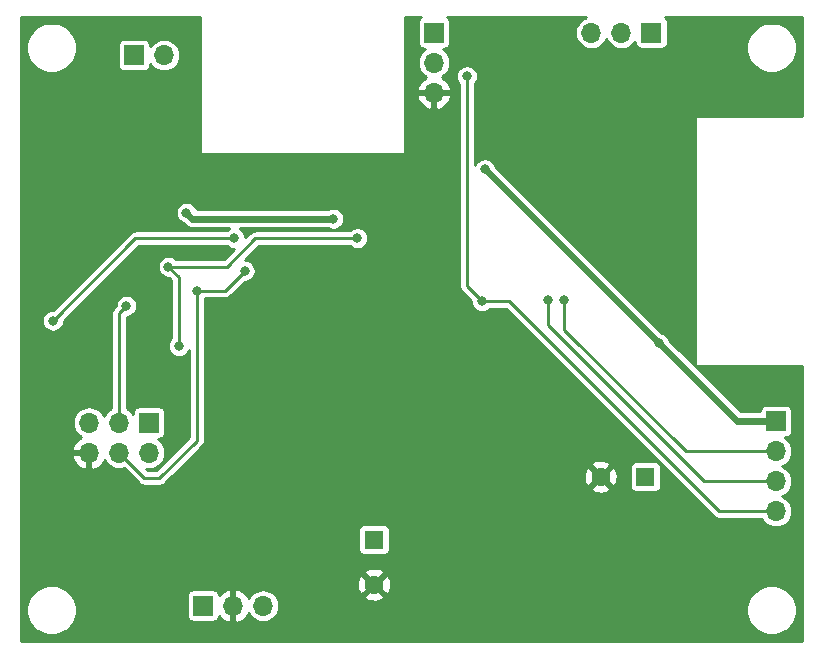
<source format=gbr>
%TF.GenerationSoftware,KiCad,Pcbnew,5.0.2-bee76a0~70~ubuntu18.04.1*%
%TF.CreationDate,2019-02-11T00:35:20+03:00*%
%TF.ProjectId,jeep-radio,6a656570-2d72-4616-9469-6f2e6b696361,rev?*%
%TF.SameCoordinates,Original*%
%TF.FileFunction,Copper,L2,Bot*%
%TF.FilePolarity,Positive*%
%FSLAX46Y46*%
G04 Gerber Fmt 4.6, Leading zero omitted, Abs format (unit mm)*
G04 Created by KiCad (PCBNEW 5.0.2-bee76a0~70~ubuntu18.04.1) date Пн 11 фев 2019 00:35:20*
%MOMM*%
%LPD*%
G01*
G04 APERTURE LIST*
%ADD10R,1.700000X1.700000*%
%ADD11O,1.700000X1.700000*%
%ADD12R,1.600000X1.600000*%
%ADD13C,1.600000*%
%ADD14C,0.800000*%
%ADD15C,0.250000*%
%ADD16C,0.600000*%
%ADD17C,0.254000*%
G04 APERTURE END LIST*
D10*
X177546000Y-103378000D03*
D11*
X177546000Y-105918000D03*
X177546000Y-108458000D03*
X177546000Y-110998000D03*
D10*
X148590000Y-70485000D03*
D11*
X148590000Y-73025000D03*
X148590000Y-75565000D03*
D12*
X166497000Y-108077000D03*
D13*
X162697000Y-108077000D03*
D12*
X143510000Y-113411000D03*
D13*
X143510000Y-117211000D03*
D10*
X123190000Y-72390000D03*
D11*
X125730000Y-72390000D03*
X161925000Y-70485000D03*
X164465000Y-70485000D03*
D10*
X167005000Y-70485000D03*
X129032000Y-118999000D03*
D11*
X131572000Y-118999000D03*
X134112000Y-118999000D03*
D10*
X124460000Y-103505000D03*
D11*
X124460000Y-106045000D03*
X121920000Y-103505000D03*
X121920000Y-106045000D03*
X119380000Y-103505000D03*
X119380000Y-106045000D03*
D14*
X152654000Y-113665000D03*
X151384000Y-113665000D03*
X151384000Y-114935000D03*
X152654000Y-114935000D03*
X155194000Y-113665000D03*
X156464000Y-113665000D03*
X156464000Y-114935000D03*
X155194000Y-114935000D03*
X157734000Y-113665000D03*
X157734000Y-114935000D03*
X150114000Y-114935000D03*
X150114000Y-113665000D03*
X139700000Y-101600000D03*
X143002004Y-81915000D03*
X140081000Y-90678000D03*
X137795000Y-89408000D03*
X129540000Y-102235000D03*
X159639000Y-93091000D03*
X158242000Y-93091000D03*
X127635000Y-85725000D03*
X140081004Y-86233000D03*
X126111000Y-90297000D03*
X142113000Y-87884000D03*
X127000000Y-97028000D03*
X116332000Y-94869000D03*
X131699000Y-87884000D03*
X122555000Y-93599000D03*
X132558270Y-90647048D03*
X128524000Y-92329000D03*
X152654000Y-93218000D03*
X151384000Y-74168000D03*
X152908000Y-82042000D03*
X167640000Y-96773968D03*
D15*
X159639000Y-93091000D02*
X159639000Y-95631000D01*
X169926000Y-105918000D02*
X177546000Y-105918000D01*
X159639000Y-95631000D02*
X169926000Y-105918000D01*
X158242000Y-93091000D02*
X158242000Y-95250000D01*
X171450000Y-108458000D02*
X177546000Y-108458000D01*
X158242000Y-95250000D02*
X171450000Y-108458000D01*
D16*
X127635000Y-85725000D02*
X128143000Y-86233000D01*
X139515319Y-86233000D02*
X140081004Y-86233000D01*
X128143000Y-86233000D02*
X139515319Y-86233000D01*
D15*
X127000000Y-91186000D02*
X127000000Y-97028000D01*
X126111000Y-90297000D02*
X127000000Y-91186000D01*
X131064000Y-90297000D02*
X126111000Y-90297000D01*
X142113000Y-87884000D02*
X133477000Y-87884000D01*
X133477000Y-87884000D02*
X131064000Y-90297000D01*
X131133315Y-87884000D02*
X131699000Y-87884000D01*
X123317000Y-87884000D02*
X131133315Y-87884000D01*
X116332000Y-94869000D02*
X123317000Y-87884000D01*
X121920000Y-103505000D02*
X121920000Y-94234000D01*
X122155001Y-93998999D02*
X122555000Y-93599000D01*
X121920000Y-94234000D02*
X122155001Y-93998999D01*
X125349000Y-108204000D02*
X128524000Y-105029000D01*
X128524000Y-105029000D02*
X128524000Y-92894685D01*
X129089685Y-92329000D02*
X128524000Y-92329000D01*
X121920000Y-106045000D02*
X124079000Y-108204000D01*
X130876318Y-92329000D02*
X129089685Y-92329000D01*
X128524000Y-92894685D02*
X128524000Y-92329000D01*
X132558270Y-90647048D02*
X130876318Y-92329000D01*
X124079000Y-108204000D02*
X125349000Y-108204000D01*
X172720000Y-110998000D02*
X177546000Y-110998000D01*
X152654000Y-93218000D02*
X154940000Y-93218000D01*
X154940000Y-93218000D02*
X172720000Y-110998000D01*
X151384000Y-91948000D02*
X151384000Y-74733685D01*
X152654000Y-93218000D02*
X151384000Y-91948000D01*
X151384000Y-74733685D02*
X151384000Y-74168000D01*
D16*
X167639968Y-96773968D02*
X167640000Y-96773968D01*
X152908000Y-82042000D02*
X167639968Y-96773968D01*
X174244032Y-103378000D02*
X168039999Y-97173967D01*
X177546000Y-103378000D02*
X174244032Y-103378000D01*
X168039999Y-97173967D02*
X167640000Y-96773968D01*
D17*
G36*
X128778000Y-80645000D02*
X128787667Y-80693601D01*
X128815197Y-80734803D01*
X128856399Y-80762333D01*
X128905000Y-80772000D01*
X146050000Y-80772000D01*
X146098601Y-80762333D01*
X146139803Y-80734803D01*
X146167333Y-80693601D01*
X146177000Y-80645000D01*
X146177000Y-75921890D01*
X147148524Y-75921890D01*
X147193175Y-76069099D01*
X147318359Y-76331920D01*
X147492412Y-76565269D01*
X147708645Y-76760178D01*
X147958748Y-76909157D01*
X148233109Y-77006481D01*
X148463000Y-76885814D01*
X148463000Y-75692000D01*
X148717000Y-75692000D01*
X148717000Y-76885814D01*
X148946891Y-77006481D01*
X149221252Y-76909157D01*
X149471355Y-76760178D01*
X149687588Y-76565269D01*
X149861641Y-76331920D01*
X149986825Y-76069099D01*
X150031476Y-75921890D01*
X149910155Y-75692000D01*
X148717000Y-75692000D01*
X148463000Y-75692000D01*
X147269845Y-75692000D01*
X147148524Y-75921890D01*
X146177000Y-75921890D01*
X146177000Y-69182000D01*
X147469551Y-69182000D01*
X147445798Y-69194696D01*
X147365552Y-69260552D01*
X147299696Y-69340798D01*
X147250761Y-69432350D01*
X147220626Y-69531690D01*
X147210451Y-69635000D01*
X147210451Y-71335000D01*
X147220626Y-71438310D01*
X147250761Y-71537650D01*
X147299696Y-71629202D01*
X147365552Y-71709448D01*
X147445798Y-71775304D01*
X147537350Y-71824239D01*
X147636690Y-71854374D01*
X147740000Y-71864549D01*
X147839946Y-71864549D01*
X147821279Y-71874527D01*
X147611603Y-72046603D01*
X147439527Y-72256279D01*
X147311663Y-72495495D01*
X147232925Y-72755061D01*
X147206338Y-73025000D01*
X147232925Y-73294939D01*
X147311663Y-73554505D01*
X147439527Y-73793721D01*
X147611603Y-74003397D01*
X147821279Y-74175473D01*
X147933877Y-74235658D01*
X147708645Y-74369822D01*
X147492412Y-74564731D01*
X147318359Y-74798080D01*
X147193175Y-75060901D01*
X147148524Y-75208110D01*
X147269845Y-75438000D01*
X148463000Y-75438000D01*
X148463000Y-75418000D01*
X148717000Y-75418000D01*
X148717000Y-75438000D01*
X149910155Y-75438000D01*
X150031476Y-75208110D01*
X149986825Y-75060901D01*
X149861641Y-74798080D01*
X149687588Y-74564731D01*
X149471355Y-74369822D01*
X149246123Y-74235658D01*
X149358721Y-74175473D01*
X149479077Y-74076699D01*
X150457000Y-74076699D01*
X150457000Y-74259301D01*
X150492624Y-74438396D01*
X150562504Y-74607099D01*
X150663952Y-74758928D01*
X150732001Y-74826977D01*
X150732000Y-91915978D01*
X150728846Y-91948000D01*
X150741435Y-92075814D01*
X150768186Y-92164000D01*
X150778717Y-92198716D01*
X150839259Y-92311983D01*
X150920736Y-92411264D01*
X150945619Y-92431685D01*
X151727000Y-93213067D01*
X151727000Y-93309301D01*
X151762624Y-93488396D01*
X151832504Y-93657099D01*
X151933952Y-93808928D01*
X152063072Y-93938048D01*
X152214901Y-94039496D01*
X152383604Y-94109376D01*
X152562699Y-94145000D01*
X152745301Y-94145000D01*
X152924396Y-94109376D01*
X153093099Y-94039496D01*
X153244928Y-93938048D01*
X153312976Y-93870000D01*
X154669934Y-93870000D01*
X172236320Y-111436387D01*
X172256736Y-111461264D01*
X172356016Y-111542741D01*
X172469283Y-111603283D01*
X172592185Y-111640565D01*
X172719999Y-111653154D01*
X172752021Y-111650000D01*
X176333138Y-111650000D01*
X176395527Y-111766721D01*
X176567603Y-111976397D01*
X176777279Y-112148473D01*
X177016495Y-112276337D01*
X177276061Y-112355075D01*
X177478360Y-112375000D01*
X177613640Y-112375000D01*
X177815939Y-112355075D01*
X178075505Y-112276337D01*
X178314721Y-112148473D01*
X178524397Y-111976397D01*
X178696473Y-111766721D01*
X178824337Y-111527505D01*
X178903075Y-111267939D01*
X178929662Y-110998000D01*
X178903075Y-110728061D01*
X178824337Y-110468495D01*
X178696473Y-110229279D01*
X178524397Y-110019603D01*
X178314721Y-109847527D01*
X178091102Y-109728000D01*
X178314721Y-109608473D01*
X178524397Y-109436397D01*
X178696473Y-109226721D01*
X178824337Y-108987505D01*
X178903075Y-108727939D01*
X178929662Y-108458000D01*
X178903075Y-108188061D01*
X178824337Y-107928495D01*
X178696473Y-107689279D01*
X178524397Y-107479603D01*
X178314721Y-107307527D01*
X178091102Y-107188000D01*
X178314721Y-107068473D01*
X178524397Y-106896397D01*
X178696473Y-106686721D01*
X178824337Y-106447505D01*
X178903075Y-106187939D01*
X178929662Y-105918000D01*
X178903075Y-105648061D01*
X178824337Y-105388495D01*
X178696473Y-105149279D01*
X178524397Y-104939603D01*
X178314721Y-104767527D01*
X178296054Y-104757549D01*
X178396000Y-104757549D01*
X178499310Y-104747374D01*
X178598650Y-104717239D01*
X178690202Y-104668304D01*
X178770448Y-104602448D01*
X178836304Y-104522202D01*
X178885239Y-104430650D01*
X178915374Y-104331310D01*
X178925549Y-104228000D01*
X178925549Y-102528000D01*
X178915374Y-102424690D01*
X178885239Y-102325350D01*
X178836304Y-102233798D01*
X178770448Y-102153552D01*
X178690202Y-102087696D01*
X178598650Y-102038761D01*
X178499310Y-102008626D01*
X178396000Y-101998451D01*
X176696000Y-101998451D01*
X176592690Y-102008626D01*
X176493350Y-102038761D01*
X176401798Y-102087696D01*
X176321552Y-102153552D01*
X176255696Y-102233798D01*
X176206761Y-102325350D01*
X176176626Y-102424690D01*
X176166451Y-102528000D01*
X176166451Y-102551000D01*
X174586587Y-102551000D01*
X168596050Y-96560465D01*
X168525874Y-96490289D01*
X168461496Y-96334869D01*
X168360048Y-96183040D01*
X168230928Y-96053920D01*
X168079099Y-95952472D01*
X167923626Y-95888072D01*
X153793874Y-81758321D01*
X153729496Y-81602901D01*
X153628048Y-81451072D01*
X153498928Y-81321952D01*
X153347099Y-81220504D01*
X153178396Y-81150624D01*
X152999301Y-81115000D01*
X152816699Y-81115000D01*
X152637604Y-81150624D01*
X152468901Y-81220504D01*
X152317072Y-81321952D01*
X152187952Y-81451072D01*
X152086504Y-81602901D01*
X152036000Y-81724827D01*
X152036000Y-74826976D01*
X152104048Y-74758928D01*
X152205496Y-74607099D01*
X152275376Y-74438396D01*
X152311000Y-74259301D01*
X152311000Y-74076699D01*
X152275376Y-73897604D01*
X152205496Y-73728901D01*
X152104048Y-73577072D01*
X151974928Y-73447952D01*
X151823099Y-73346504D01*
X151654396Y-73276624D01*
X151475301Y-73241000D01*
X151292699Y-73241000D01*
X151113604Y-73276624D01*
X150944901Y-73346504D01*
X150793072Y-73447952D01*
X150663952Y-73577072D01*
X150562504Y-73728901D01*
X150492624Y-73897604D01*
X150457000Y-74076699D01*
X149479077Y-74076699D01*
X149568397Y-74003397D01*
X149740473Y-73793721D01*
X149868337Y-73554505D01*
X149947075Y-73294939D01*
X149973662Y-73025000D01*
X149947075Y-72755061D01*
X149868337Y-72495495D01*
X149740473Y-72256279D01*
X149568397Y-72046603D01*
X149358721Y-71874527D01*
X149340054Y-71864549D01*
X149440000Y-71864549D01*
X149543310Y-71854374D01*
X149642650Y-71824239D01*
X149734202Y-71775304D01*
X149814448Y-71709448D01*
X149880304Y-71629202D01*
X149929239Y-71537650D01*
X149959374Y-71438310D01*
X149969549Y-71335000D01*
X149969549Y-69635000D01*
X149959374Y-69531690D01*
X149929239Y-69432350D01*
X149880304Y-69340798D01*
X149814448Y-69260552D01*
X149734202Y-69194696D01*
X149710449Y-69182000D01*
X161476799Y-69182000D01*
X161395495Y-69206663D01*
X161156279Y-69334527D01*
X160946603Y-69506603D01*
X160774527Y-69716279D01*
X160646663Y-69955495D01*
X160567925Y-70215061D01*
X160541338Y-70485000D01*
X160567925Y-70754939D01*
X160646663Y-71014505D01*
X160774527Y-71253721D01*
X160946603Y-71463397D01*
X161156279Y-71635473D01*
X161395495Y-71763337D01*
X161655061Y-71842075D01*
X161857360Y-71862000D01*
X161992640Y-71862000D01*
X162194939Y-71842075D01*
X162454505Y-71763337D01*
X162693721Y-71635473D01*
X162903397Y-71463397D01*
X163075473Y-71253721D01*
X163195000Y-71030102D01*
X163314527Y-71253721D01*
X163486603Y-71463397D01*
X163696279Y-71635473D01*
X163935495Y-71763337D01*
X164195061Y-71842075D01*
X164397360Y-71862000D01*
X164532640Y-71862000D01*
X164734939Y-71842075D01*
X164994505Y-71763337D01*
X165233721Y-71635473D01*
X165443397Y-71463397D01*
X165615473Y-71253721D01*
X165625451Y-71235054D01*
X165625451Y-71335000D01*
X165635626Y-71438310D01*
X165665761Y-71537650D01*
X165714696Y-71629202D01*
X165780552Y-71709448D01*
X165860798Y-71775304D01*
X165952350Y-71824239D01*
X166051690Y-71854374D01*
X166155000Y-71864549D01*
X167855000Y-71864549D01*
X167958310Y-71854374D01*
X168057650Y-71824239D01*
X168149202Y-71775304D01*
X168229448Y-71709448D01*
X168295304Y-71629202D01*
X168340038Y-71545509D01*
X175043000Y-71545509D01*
X175043000Y-71964491D01*
X175124739Y-72375423D01*
X175285077Y-72762512D01*
X175517851Y-73110884D01*
X175814116Y-73407149D01*
X176162488Y-73639923D01*
X176549577Y-73800261D01*
X176960509Y-73882000D01*
X177379491Y-73882000D01*
X177790423Y-73800261D01*
X178177512Y-73639923D01*
X178525884Y-73407149D01*
X178822149Y-73110884D01*
X179054923Y-72762512D01*
X179215261Y-72375423D01*
X179297000Y-71964491D01*
X179297000Y-71545509D01*
X179215261Y-71134577D01*
X179054923Y-70747488D01*
X178822149Y-70399116D01*
X178525884Y-70102851D01*
X178177512Y-69870077D01*
X177790423Y-69709739D01*
X177379491Y-69628000D01*
X176960509Y-69628000D01*
X176549577Y-69709739D01*
X176162488Y-69870077D01*
X175814116Y-70102851D01*
X175517851Y-70399116D01*
X175285077Y-70747488D01*
X175124739Y-71134577D01*
X175043000Y-71545509D01*
X168340038Y-71545509D01*
X168344239Y-71537650D01*
X168374374Y-71438310D01*
X168384549Y-71335000D01*
X168384549Y-69635000D01*
X168374374Y-69531690D01*
X168344239Y-69432350D01*
X168295304Y-69340798D01*
X168229448Y-69260552D01*
X168149202Y-69194696D01*
X168125449Y-69182000D01*
X179738000Y-69182000D01*
X179738000Y-77517191D01*
X170815000Y-77517191D01*
X170766399Y-77526858D01*
X170725197Y-77554388D01*
X170697667Y-77595590D01*
X170688000Y-77644191D01*
X170688000Y-98599191D01*
X170697667Y-98647792D01*
X170725197Y-98688994D01*
X170766399Y-98716524D01*
X170815000Y-98726191D01*
X179738001Y-98726191D01*
X179738001Y-121953224D01*
X113632000Y-121977777D01*
X113632000Y-119170509D01*
X114078000Y-119170509D01*
X114078000Y-119589491D01*
X114159739Y-120000423D01*
X114320077Y-120387512D01*
X114552851Y-120735884D01*
X114849116Y-121032149D01*
X115197488Y-121264923D01*
X115584577Y-121425261D01*
X115995509Y-121507000D01*
X116414491Y-121507000D01*
X116825423Y-121425261D01*
X117212512Y-121264923D01*
X117560884Y-121032149D01*
X117857149Y-120735884D01*
X118089923Y-120387512D01*
X118250261Y-120000423D01*
X118332000Y-119589491D01*
X118332000Y-119170509D01*
X118250261Y-118759577D01*
X118089923Y-118372488D01*
X117940594Y-118149000D01*
X127652451Y-118149000D01*
X127652451Y-119849000D01*
X127662626Y-119952310D01*
X127692761Y-120051650D01*
X127741696Y-120143202D01*
X127807552Y-120223448D01*
X127887798Y-120289304D01*
X127979350Y-120338239D01*
X128078690Y-120368374D01*
X128182000Y-120378549D01*
X129882000Y-120378549D01*
X129985310Y-120368374D01*
X130084650Y-120338239D01*
X130176202Y-120289304D01*
X130256448Y-120223448D01*
X130322304Y-120143202D01*
X130371239Y-120051650D01*
X130401374Y-119952310D01*
X130405344Y-119911998D01*
X130571731Y-120096588D01*
X130805080Y-120270641D01*
X131067901Y-120395825D01*
X131215110Y-120440476D01*
X131445000Y-120319155D01*
X131445000Y-119126000D01*
X131425000Y-119126000D01*
X131425000Y-118872000D01*
X131445000Y-118872000D01*
X131445000Y-117678845D01*
X131699000Y-117678845D01*
X131699000Y-118872000D01*
X131719000Y-118872000D01*
X131719000Y-119126000D01*
X131699000Y-119126000D01*
X131699000Y-120319155D01*
X131928890Y-120440476D01*
X132076099Y-120395825D01*
X132338920Y-120270641D01*
X132572269Y-120096588D01*
X132767178Y-119880355D01*
X132901342Y-119655123D01*
X132961527Y-119767721D01*
X133133603Y-119977397D01*
X133343279Y-120149473D01*
X133582495Y-120277337D01*
X133842061Y-120356075D01*
X134044360Y-120376000D01*
X134179640Y-120376000D01*
X134381939Y-120356075D01*
X134641505Y-120277337D01*
X134880721Y-120149473D01*
X135090397Y-119977397D01*
X135262473Y-119767721D01*
X135390337Y-119528505D01*
X135469075Y-119268939D01*
X135478769Y-119170509D01*
X175043000Y-119170509D01*
X175043000Y-119589491D01*
X175124739Y-120000423D01*
X175285077Y-120387512D01*
X175517851Y-120735884D01*
X175814116Y-121032149D01*
X176162488Y-121264923D01*
X176549577Y-121425261D01*
X176960509Y-121507000D01*
X177379491Y-121507000D01*
X177790423Y-121425261D01*
X178177512Y-121264923D01*
X178525884Y-121032149D01*
X178822149Y-120735884D01*
X179054923Y-120387512D01*
X179215261Y-120000423D01*
X179297000Y-119589491D01*
X179297000Y-119170509D01*
X179215261Y-118759577D01*
X179054923Y-118372488D01*
X178822149Y-118024116D01*
X178525884Y-117727851D01*
X178177512Y-117495077D01*
X177790423Y-117334739D01*
X177379491Y-117253000D01*
X176960509Y-117253000D01*
X176549577Y-117334739D01*
X176162488Y-117495077D01*
X175814116Y-117727851D01*
X175517851Y-118024116D01*
X175285077Y-118372488D01*
X175124739Y-118759577D01*
X175043000Y-119170509D01*
X135478769Y-119170509D01*
X135495662Y-118999000D01*
X135469075Y-118729061D01*
X135390337Y-118469495D01*
X135262473Y-118230279D01*
X135240662Y-118203702D01*
X142696903Y-118203702D01*
X142768486Y-118447671D01*
X143023996Y-118568571D01*
X143298184Y-118637300D01*
X143580512Y-118651217D01*
X143860130Y-118609787D01*
X144126292Y-118514603D01*
X144251514Y-118447671D01*
X144323097Y-118203702D01*
X143510000Y-117390605D01*
X142696903Y-118203702D01*
X135240662Y-118203702D01*
X135090397Y-118020603D01*
X134880721Y-117848527D01*
X134641505Y-117720663D01*
X134381939Y-117641925D01*
X134179640Y-117622000D01*
X134044360Y-117622000D01*
X133842061Y-117641925D01*
X133582495Y-117720663D01*
X133343279Y-117848527D01*
X133133603Y-118020603D01*
X132961527Y-118230279D01*
X132901342Y-118342877D01*
X132767178Y-118117645D01*
X132572269Y-117901412D01*
X132338920Y-117727359D01*
X132076099Y-117602175D01*
X131928890Y-117557524D01*
X131699000Y-117678845D01*
X131445000Y-117678845D01*
X131215110Y-117557524D01*
X131067901Y-117602175D01*
X130805080Y-117727359D01*
X130571731Y-117901412D01*
X130405344Y-118086002D01*
X130401374Y-118045690D01*
X130371239Y-117946350D01*
X130322304Y-117854798D01*
X130256448Y-117774552D01*
X130176202Y-117708696D01*
X130084650Y-117659761D01*
X129985310Y-117629626D01*
X129882000Y-117619451D01*
X128182000Y-117619451D01*
X128078690Y-117629626D01*
X127979350Y-117659761D01*
X127887798Y-117708696D01*
X127807552Y-117774552D01*
X127741696Y-117854798D01*
X127692761Y-117946350D01*
X127662626Y-118045690D01*
X127652451Y-118149000D01*
X117940594Y-118149000D01*
X117857149Y-118024116D01*
X117560884Y-117727851D01*
X117212512Y-117495077D01*
X116825423Y-117334739D01*
X116557832Y-117281512D01*
X142069783Y-117281512D01*
X142111213Y-117561130D01*
X142206397Y-117827292D01*
X142273329Y-117952514D01*
X142517298Y-118024097D01*
X143330395Y-117211000D01*
X143689605Y-117211000D01*
X144502702Y-118024097D01*
X144746671Y-117952514D01*
X144867571Y-117697004D01*
X144936300Y-117422816D01*
X144950217Y-117140488D01*
X144908787Y-116860870D01*
X144813603Y-116594708D01*
X144746671Y-116469486D01*
X144502702Y-116397903D01*
X143689605Y-117211000D01*
X143330395Y-117211000D01*
X142517298Y-116397903D01*
X142273329Y-116469486D01*
X142152429Y-116724996D01*
X142083700Y-116999184D01*
X142069783Y-117281512D01*
X116557832Y-117281512D01*
X116414491Y-117253000D01*
X115995509Y-117253000D01*
X115584577Y-117334739D01*
X115197488Y-117495077D01*
X114849116Y-117727851D01*
X114552851Y-118024116D01*
X114320077Y-118372488D01*
X114159739Y-118759577D01*
X114078000Y-119170509D01*
X113632000Y-119170509D01*
X113632000Y-116218298D01*
X142696903Y-116218298D01*
X143510000Y-117031395D01*
X144323097Y-116218298D01*
X144251514Y-115974329D01*
X143996004Y-115853429D01*
X143721816Y-115784700D01*
X143439488Y-115770783D01*
X143159870Y-115812213D01*
X142893708Y-115907397D01*
X142768486Y-115974329D01*
X142696903Y-116218298D01*
X113632000Y-116218298D01*
X113632000Y-112611000D01*
X142180451Y-112611000D01*
X142180451Y-114211000D01*
X142190626Y-114314310D01*
X142220761Y-114413650D01*
X142269696Y-114505202D01*
X142335552Y-114585448D01*
X142415798Y-114651304D01*
X142507350Y-114700239D01*
X142606690Y-114730374D01*
X142710000Y-114740549D01*
X144310000Y-114740549D01*
X144413310Y-114730374D01*
X144512650Y-114700239D01*
X144604202Y-114651304D01*
X144684448Y-114585448D01*
X144750304Y-114505202D01*
X144799239Y-114413650D01*
X144829374Y-114314310D01*
X144839549Y-114211000D01*
X144839549Y-112611000D01*
X144829374Y-112507690D01*
X144799239Y-112408350D01*
X144750304Y-112316798D01*
X144684448Y-112236552D01*
X144604202Y-112170696D01*
X144512650Y-112121761D01*
X144413310Y-112091626D01*
X144310000Y-112081451D01*
X142710000Y-112081451D01*
X142606690Y-112091626D01*
X142507350Y-112121761D01*
X142415798Y-112170696D01*
X142335552Y-112236552D01*
X142269696Y-112316798D01*
X142220761Y-112408350D01*
X142190626Y-112507690D01*
X142180451Y-112611000D01*
X113632000Y-112611000D01*
X113632000Y-109069702D01*
X161883903Y-109069702D01*
X161955486Y-109313671D01*
X162210996Y-109434571D01*
X162485184Y-109503300D01*
X162767512Y-109517217D01*
X163047130Y-109475787D01*
X163313292Y-109380603D01*
X163438514Y-109313671D01*
X163510097Y-109069702D01*
X162697000Y-108256605D01*
X161883903Y-109069702D01*
X113632000Y-109069702D01*
X113632000Y-106401891D01*
X117938519Y-106401891D01*
X118035843Y-106676252D01*
X118184822Y-106926355D01*
X118379731Y-107142588D01*
X118613080Y-107316641D01*
X118875901Y-107441825D01*
X119023110Y-107486476D01*
X119253000Y-107365155D01*
X119253000Y-106172000D01*
X118059186Y-106172000D01*
X117938519Y-106401891D01*
X113632000Y-106401891D01*
X113632000Y-94777699D01*
X115405000Y-94777699D01*
X115405000Y-94960301D01*
X115440624Y-95139396D01*
X115510504Y-95308099D01*
X115611952Y-95459928D01*
X115741072Y-95589048D01*
X115892901Y-95690496D01*
X116061604Y-95760376D01*
X116240699Y-95796000D01*
X116423301Y-95796000D01*
X116602396Y-95760376D01*
X116771099Y-95690496D01*
X116922928Y-95589048D01*
X117052048Y-95459928D01*
X117153496Y-95308099D01*
X117223376Y-95139396D01*
X117259000Y-94960301D01*
X117259000Y-94864066D01*
X123587067Y-88536000D01*
X131040024Y-88536000D01*
X131108072Y-88604048D01*
X131259901Y-88705496D01*
X131428604Y-88775376D01*
X131607699Y-88811000D01*
X131627934Y-88811000D01*
X130793934Y-89645000D01*
X126769976Y-89645000D01*
X126701928Y-89576952D01*
X126550099Y-89475504D01*
X126381396Y-89405624D01*
X126202301Y-89370000D01*
X126019699Y-89370000D01*
X125840604Y-89405624D01*
X125671901Y-89475504D01*
X125520072Y-89576952D01*
X125390952Y-89706072D01*
X125289504Y-89857901D01*
X125219624Y-90026604D01*
X125184000Y-90205699D01*
X125184000Y-90388301D01*
X125219624Y-90567396D01*
X125289504Y-90736099D01*
X125390952Y-90887928D01*
X125520072Y-91017048D01*
X125671901Y-91118496D01*
X125840604Y-91188376D01*
X126019699Y-91224000D01*
X126115933Y-91224000D01*
X126348000Y-91456067D01*
X126348001Y-96369023D01*
X126279952Y-96437072D01*
X126178504Y-96588901D01*
X126108624Y-96757604D01*
X126073000Y-96936699D01*
X126073000Y-97119301D01*
X126108624Y-97298396D01*
X126178504Y-97467099D01*
X126279952Y-97618928D01*
X126409072Y-97748048D01*
X126560901Y-97849496D01*
X126729604Y-97919376D01*
X126908699Y-97955000D01*
X127091301Y-97955000D01*
X127270396Y-97919376D01*
X127439099Y-97849496D01*
X127590928Y-97748048D01*
X127720048Y-97618928D01*
X127821496Y-97467099D01*
X127872001Y-97345172D01*
X127872000Y-104758933D01*
X125078934Y-107552000D01*
X124349067Y-107552000D01*
X124200134Y-107403067D01*
X124392360Y-107422000D01*
X124527640Y-107422000D01*
X124729939Y-107402075D01*
X124989505Y-107323337D01*
X125228721Y-107195473D01*
X125438397Y-107023397D01*
X125610473Y-106813721D01*
X125738337Y-106574505D01*
X125817075Y-106314939D01*
X125843662Y-106045000D01*
X125817075Y-105775061D01*
X125738337Y-105515495D01*
X125610473Y-105276279D01*
X125438397Y-105066603D01*
X125228721Y-104894527D01*
X125210054Y-104884549D01*
X125310000Y-104884549D01*
X125413310Y-104874374D01*
X125512650Y-104844239D01*
X125604202Y-104795304D01*
X125684448Y-104729448D01*
X125750304Y-104649202D01*
X125799239Y-104557650D01*
X125829374Y-104458310D01*
X125839549Y-104355000D01*
X125839549Y-102655000D01*
X125829374Y-102551690D01*
X125799239Y-102452350D01*
X125750304Y-102360798D01*
X125684448Y-102280552D01*
X125604202Y-102214696D01*
X125512650Y-102165761D01*
X125413310Y-102135626D01*
X125310000Y-102125451D01*
X123610000Y-102125451D01*
X123506690Y-102135626D01*
X123407350Y-102165761D01*
X123315798Y-102214696D01*
X123235552Y-102280552D01*
X123169696Y-102360798D01*
X123120761Y-102452350D01*
X123090626Y-102551690D01*
X123080451Y-102655000D01*
X123080451Y-102754946D01*
X123070473Y-102736279D01*
X122898397Y-102526603D01*
X122688721Y-102354527D01*
X122572000Y-102292138D01*
X122572000Y-94526000D01*
X122646301Y-94526000D01*
X122825396Y-94490376D01*
X122994099Y-94420496D01*
X123145928Y-94319048D01*
X123275048Y-94189928D01*
X123376496Y-94038099D01*
X123446376Y-93869396D01*
X123482000Y-93690301D01*
X123482000Y-93507699D01*
X123446376Y-93328604D01*
X123376496Y-93159901D01*
X123275048Y-93008072D01*
X123145928Y-92878952D01*
X122994099Y-92777504D01*
X122825396Y-92707624D01*
X122646301Y-92672000D01*
X122463699Y-92672000D01*
X122284604Y-92707624D01*
X122115901Y-92777504D01*
X121964072Y-92878952D01*
X121834952Y-93008072D01*
X121733504Y-93159901D01*
X121663624Y-93328604D01*
X121628000Y-93507699D01*
X121628000Y-93603934D01*
X121481614Y-93750320D01*
X121456737Y-93770736D01*
X121375260Y-93870016D01*
X121373583Y-93873154D01*
X121314717Y-93983284D01*
X121277435Y-94106186D01*
X121264846Y-94234000D01*
X121268001Y-94266032D01*
X121268000Y-102292138D01*
X121151279Y-102354527D01*
X120941603Y-102526603D01*
X120769527Y-102736279D01*
X120650000Y-102959898D01*
X120530473Y-102736279D01*
X120358397Y-102526603D01*
X120148721Y-102354527D01*
X119909505Y-102226663D01*
X119649939Y-102147925D01*
X119447640Y-102128000D01*
X119312360Y-102128000D01*
X119110061Y-102147925D01*
X118850495Y-102226663D01*
X118611279Y-102354527D01*
X118401603Y-102526603D01*
X118229527Y-102736279D01*
X118101663Y-102975495D01*
X118022925Y-103235061D01*
X117996338Y-103505000D01*
X118022925Y-103774939D01*
X118101663Y-104034505D01*
X118229527Y-104273721D01*
X118401603Y-104483397D01*
X118611279Y-104655473D01*
X118728752Y-104718264D01*
X118613080Y-104773359D01*
X118379731Y-104947412D01*
X118184822Y-105163645D01*
X118035843Y-105413748D01*
X117938519Y-105688109D01*
X118059186Y-105918000D01*
X119253000Y-105918000D01*
X119253000Y-105898000D01*
X119507000Y-105898000D01*
X119507000Y-105918000D01*
X119527000Y-105918000D01*
X119527000Y-106172000D01*
X119507000Y-106172000D01*
X119507000Y-107365155D01*
X119736890Y-107486476D01*
X119884099Y-107441825D01*
X120146920Y-107316641D01*
X120380269Y-107142588D01*
X120575178Y-106926355D01*
X120709342Y-106701123D01*
X120769527Y-106813721D01*
X120941603Y-107023397D01*
X121151279Y-107195473D01*
X121390495Y-107323337D01*
X121650061Y-107402075D01*
X121852360Y-107422000D01*
X121987640Y-107422000D01*
X122189939Y-107402075D01*
X122316590Y-107363656D01*
X123595320Y-108642387D01*
X123615736Y-108667264D01*
X123715016Y-108748741D01*
X123828283Y-108809283D01*
X123951185Y-108846565D01*
X124078999Y-108859154D01*
X124111021Y-108856000D01*
X125316978Y-108856000D01*
X125349000Y-108859154D01*
X125381022Y-108856000D01*
X125476814Y-108846565D01*
X125599717Y-108809283D01*
X125712984Y-108748741D01*
X125812264Y-108667264D01*
X125832685Y-108642381D01*
X126327554Y-108147512D01*
X161256783Y-108147512D01*
X161298213Y-108427130D01*
X161393397Y-108693292D01*
X161460329Y-108818514D01*
X161704298Y-108890097D01*
X162517395Y-108077000D01*
X162876605Y-108077000D01*
X163689702Y-108890097D01*
X163933671Y-108818514D01*
X164054571Y-108563004D01*
X164123300Y-108288816D01*
X164137217Y-108006488D01*
X164095787Y-107726870D01*
X164000603Y-107460708D01*
X163933671Y-107335486D01*
X163734340Y-107277000D01*
X165167451Y-107277000D01*
X165167451Y-108877000D01*
X165177626Y-108980310D01*
X165207761Y-109079650D01*
X165256696Y-109171202D01*
X165322552Y-109251448D01*
X165402798Y-109317304D01*
X165494350Y-109366239D01*
X165593690Y-109396374D01*
X165697000Y-109406549D01*
X167297000Y-109406549D01*
X167400310Y-109396374D01*
X167499650Y-109366239D01*
X167591202Y-109317304D01*
X167671448Y-109251448D01*
X167737304Y-109171202D01*
X167786239Y-109079650D01*
X167816374Y-108980310D01*
X167826549Y-108877000D01*
X167826549Y-107277000D01*
X167816374Y-107173690D01*
X167786239Y-107074350D01*
X167737304Y-106982798D01*
X167671448Y-106902552D01*
X167591202Y-106836696D01*
X167499650Y-106787761D01*
X167400310Y-106757626D01*
X167297000Y-106747451D01*
X165697000Y-106747451D01*
X165593690Y-106757626D01*
X165494350Y-106787761D01*
X165402798Y-106836696D01*
X165322552Y-106902552D01*
X165256696Y-106982798D01*
X165207761Y-107074350D01*
X165177626Y-107173690D01*
X165167451Y-107277000D01*
X163734340Y-107277000D01*
X163689702Y-107263903D01*
X162876605Y-108077000D01*
X162517395Y-108077000D01*
X161704298Y-107263903D01*
X161460329Y-107335486D01*
X161339429Y-107590996D01*
X161270700Y-107865184D01*
X161256783Y-108147512D01*
X126327554Y-108147512D01*
X127390768Y-107084298D01*
X161883903Y-107084298D01*
X162697000Y-107897395D01*
X163510097Y-107084298D01*
X163438514Y-106840329D01*
X163183004Y-106719429D01*
X162908816Y-106650700D01*
X162626488Y-106636783D01*
X162346870Y-106678213D01*
X162080708Y-106773397D01*
X161955486Y-106840329D01*
X161883903Y-107084298D01*
X127390768Y-107084298D01*
X128962388Y-105512679D01*
X128987264Y-105492264D01*
X129068741Y-105392984D01*
X129129283Y-105279717D01*
X129166565Y-105156814D01*
X129176000Y-105061022D01*
X129176000Y-105061021D01*
X129179154Y-105029001D01*
X129176000Y-104996979D01*
X129176000Y-92987976D01*
X129182976Y-92981000D01*
X130844296Y-92981000D01*
X130876318Y-92984154D01*
X130908340Y-92981000D01*
X131004132Y-92971565D01*
X131127035Y-92934283D01*
X131240302Y-92873741D01*
X131339582Y-92792264D01*
X131360003Y-92767381D01*
X132553337Y-91574048D01*
X132649571Y-91574048D01*
X132828666Y-91538424D01*
X132997369Y-91468544D01*
X133149198Y-91367096D01*
X133278318Y-91237976D01*
X133379766Y-91086147D01*
X133449646Y-90917444D01*
X133485270Y-90738349D01*
X133485270Y-90555747D01*
X133449646Y-90376652D01*
X133379766Y-90207949D01*
X133278318Y-90056120D01*
X133149198Y-89927000D01*
X132997369Y-89825552D01*
X132828666Y-89755672D01*
X132649571Y-89720048D01*
X132563018Y-89720048D01*
X133747067Y-88536000D01*
X141454024Y-88536000D01*
X141522072Y-88604048D01*
X141673901Y-88705496D01*
X141842604Y-88775376D01*
X142021699Y-88811000D01*
X142204301Y-88811000D01*
X142383396Y-88775376D01*
X142552099Y-88705496D01*
X142703928Y-88604048D01*
X142833048Y-88474928D01*
X142934496Y-88323099D01*
X143004376Y-88154396D01*
X143040000Y-87975301D01*
X143040000Y-87792699D01*
X143004376Y-87613604D01*
X142934496Y-87444901D01*
X142833048Y-87293072D01*
X142703928Y-87163952D01*
X142552099Y-87062504D01*
X142383396Y-86992624D01*
X142204301Y-86957000D01*
X142021699Y-86957000D01*
X141842604Y-86992624D01*
X141673901Y-87062504D01*
X141522072Y-87163952D01*
X141454024Y-87232000D01*
X133509021Y-87232000D01*
X133476999Y-87228846D01*
X133349185Y-87241435D01*
X133226283Y-87278717D01*
X133113016Y-87339259D01*
X133013736Y-87420736D01*
X132993320Y-87445613D01*
X132626000Y-87812933D01*
X132626000Y-87792699D01*
X132590376Y-87613604D01*
X132520496Y-87444901D01*
X132419048Y-87293072D01*
X132289928Y-87163952D01*
X132138099Y-87062504D01*
X132132054Y-87060000D01*
X139655193Y-87060000D01*
X139810608Y-87124376D01*
X139989703Y-87160000D01*
X140172305Y-87160000D01*
X140351400Y-87124376D01*
X140520103Y-87054496D01*
X140671932Y-86953048D01*
X140801052Y-86823928D01*
X140902500Y-86672099D01*
X140972380Y-86503396D01*
X141008004Y-86324301D01*
X141008004Y-86141699D01*
X140972380Y-85962604D01*
X140902500Y-85793901D01*
X140801052Y-85642072D01*
X140671932Y-85512952D01*
X140520103Y-85411504D01*
X140351400Y-85341624D01*
X140172305Y-85306000D01*
X139989703Y-85306000D01*
X139810608Y-85341624D01*
X139655193Y-85406000D01*
X128506243Y-85406000D01*
X128456496Y-85285901D01*
X128355048Y-85134072D01*
X128225928Y-85004952D01*
X128074099Y-84903504D01*
X127905396Y-84833624D01*
X127726301Y-84798000D01*
X127543699Y-84798000D01*
X127364604Y-84833624D01*
X127195901Y-84903504D01*
X127044072Y-85004952D01*
X126914952Y-85134072D01*
X126813504Y-85285901D01*
X126743624Y-85454604D01*
X126708000Y-85633699D01*
X126708000Y-85816301D01*
X126743624Y-85995396D01*
X126813504Y-86164099D01*
X126914952Y-86315928D01*
X127044072Y-86445048D01*
X127195901Y-86546496D01*
X127351320Y-86610873D01*
X127529499Y-86789053D01*
X127555394Y-86820606D01*
X127586947Y-86846501D01*
X127586948Y-86846502D01*
X127681319Y-86923951D01*
X127743149Y-86957000D01*
X127824990Y-87000745D01*
X127980880Y-87048034D01*
X128102376Y-87060000D01*
X128102388Y-87060000D01*
X128142999Y-87064000D01*
X128183610Y-87060000D01*
X131265946Y-87060000D01*
X131259901Y-87062504D01*
X131108072Y-87163952D01*
X131040024Y-87232000D01*
X123349022Y-87232000D01*
X123317000Y-87228846D01*
X123189185Y-87241435D01*
X123127735Y-87260076D01*
X123066283Y-87278717D01*
X122953016Y-87339259D01*
X122853736Y-87420736D01*
X122833320Y-87445613D01*
X116336934Y-93942000D01*
X116240699Y-93942000D01*
X116061604Y-93977624D01*
X115892901Y-94047504D01*
X115741072Y-94148952D01*
X115611952Y-94278072D01*
X115510504Y-94429901D01*
X115440624Y-94598604D01*
X115405000Y-94777699D01*
X113632000Y-94777699D01*
X113632000Y-71545509D01*
X114078000Y-71545509D01*
X114078000Y-71964491D01*
X114159739Y-72375423D01*
X114320077Y-72762512D01*
X114552851Y-73110884D01*
X114849116Y-73407149D01*
X115197488Y-73639923D01*
X115584577Y-73800261D01*
X115995509Y-73882000D01*
X116414491Y-73882000D01*
X116825423Y-73800261D01*
X117212512Y-73639923D01*
X117560884Y-73407149D01*
X117857149Y-73110884D01*
X118089923Y-72762512D01*
X118250261Y-72375423D01*
X118332000Y-71964491D01*
X118332000Y-71545509D01*
X118330905Y-71540000D01*
X121810451Y-71540000D01*
X121810451Y-73240000D01*
X121820626Y-73343310D01*
X121850761Y-73442650D01*
X121899696Y-73534202D01*
X121965552Y-73614448D01*
X122045798Y-73680304D01*
X122137350Y-73729239D01*
X122236690Y-73759374D01*
X122340000Y-73769549D01*
X124040000Y-73769549D01*
X124143310Y-73759374D01*
X124242650Y-73729239D01*
X124334202Y-73680304D01*
X124414448Y-73614448D01*
X124480304Y-73534202D01*
X124529239Y-73442650D01*
X124559374Y-73343310D01*
X124569549Y-73240000D01*
X124569549Y-73140054D01*
X124579527Y-73158721D01*
X124751603Y-73368397D01*
X124961279Y-73540473D01*
X125200495Y-73668337D01*
X125460061Y-73747075D01*
X125662360Y-73767000D01*
X125797640Y-73767000D01*
X125999939Y-73747075D01*
X126259505Y-73668337D01*
X126498721Y-73540473D01*
X126708397Y-73368397D01*
X126880473Y-73158721D01*
X127008337Y-72919505D01*
X127087075Y-72659939D01*
X127113662Y-72390000D01*
X127087075Y-72120061D01*
X127008337Y-71860495D01*
X126880473Y-71621279D01*
X126708397Y-71411603D01*
X126498721Y-71239527D01*
X126259505Y-71111663D01*
X125999939Y-71032925D01*
X125797640Y-71013000D01*
X125662360Y-71013000D01*
X125460061Y-71032925D01*
X125200495Y-71111663D01*
X124961279Y-71239527D01*
X124751603Y-71411603D01*
X124579527Y-71621279D01*
X124569549Y-71639946D01*
X124569549Y-71540000D01*
X124559374Y-71436690D01*
X124529239Y-71337350D01*
X124480304Y-71245798D01*
X124414448Y-71165552D01*
X124334202Y-71099696D01*
X124242650Y-71050761D01*
X124143310Y-71020626D01*
X124040000Y-71010451D01*
X122340000Y-71010451D01*
X122236690Y-71020626D01*
X122137350Y-71050761D01*
X122045798Y-71099696D01*
X121965552Y-71165552D01*
X121899696Y-71245798D01*
X121850761Y-71337350D01*
X121820626Y-71436690D01*
X121810451Y-71540000D01*
X118330905Y-71540000D01*
X118250261Y-71134577D01*
X118089923Y-70747488D01*
X117857149Y-70399116D01*
X117560884Y-70102851D01*
X117212512Y-69870077D01*
X116825423Y-69709739D01*
X116414491Y-69628000D01*
X115995509Y-69628000D01*
X115584577Y-69709739D01*
X115197488Y-69870077D01*
X114849116Y-70102851D01*
X114552851Y-70399116D01*
X114320077Y-70747488D01*
X114159739Y-71134577D01*
X114078000Y-71545509D01*
X113632000Y-71545509D01*
X113632000Y-69182000D01*
X128778000Y-69182000D01*
X128778000Y-80645000D01*
X128778000Y-80645000D01*
G37*
X128778000Y-80645000D02*
X128787667Y-80693601D01*
X128815197Y-80734803D01*
X128856399Y-80762333D01*
X128905000Y-80772000D01*
X146050000Y-80772000D01*
X146098601Y-80762333D01*
X146139803Y-80734803D01*
X146167333Y-80693601D01*
X146177000Y-80645000D01*
X146177000Y-75921890D01*
X147148524Y-75921890D01*
X147193175Y-76069099D01*
X147318359Y-76331920D01*
X147492412Y-76565269D01*
X147708645Y-76760178D01*
X147958748Y-76909157D01*
X148233109Y-77006481D01*
X148463000Y-76885814D01*
X148463000Y-75692000D01*
X148717000Y-75692000D01*
X148717000Y-76885814D01*
X148946891Y-77006481D01*
X149221252Y-76909157D01*
X149471355Y-76760178D01*
X149687588Y-76565269D01*
X149861641Y-76331920D01*
X149986825Y-76069099D01*
X150031476Y-75921890D01*
X149910155Y-75692000D01*
X148717000Y-75692000D01*
X148463000Y-75692000D01*
X147269845Y-75692000D01*
X147148524Y-75921890D01*
X146177000Y-75921890D01*
X146177000Y-69182000D01*
X147469551Y-69182000D01*
X147445798Y-69194696D01*
X147365552Y-69260552D01*
X147299696Y-69340798D01*
X147250761Y-69432350D01*
X147220626Y-69531690D01*
X147210451Y-69635000D01*
X147210451Y-71335000D01*
X147220626Y-71438310D01*
X147250761Y-71537650D01*
X147299696Y-71629202D01*
X147365552Y-71709448D01*
X147445798Y-71775304D01*
X147537350Y-71824239D01*
X147636690Y-71854374D01*
X147740000Y-71864549D01*
X147839946Y-71864549D01*
X147821279Y-71874527D01*
X147611603Y-72046603D01*
X147439527Y-72256279D01*
X147311663Y-72495495D01*
X147232925Y-72755061D01*
X147206338Y-73025000D01*
X147232925Y-73294939D01*
X147311663Y-73554505D01*
X147439527Y-73793721D01*
X147611603Y-74003397D01*
X147821279Y-74175473D01*
X147933877Y-74235658D01*
X147708645Y-74369822D01*
X147492412Y-74564731D01*
X147318359Y-74798080D01*
X147193175Y-75060901D01*
X147148524Y-75208110D01*
X147269845Y-75438000D01*
X148463000Y-75438000D01*
X148463000Y-75418000D01*
X148717000Y-75418000D01*
X148717000Y-75438000D01*
X149910155Y-75438000D01*
X150031476Y-75208110D01*
X149986825Y-75060901D01*
X149861641Y-74798080D01*
X149687588Y-74564731D01*
X149471355Y-74369822D01*
X149246123Y-74235658D01*
X149358721Y-74175473D01*
X149479077Y-74076699D01*
X150457000Y-74076699D01*
X150457000Y-74259301D01*
X150492624Y-74438396D01*
X150562504Y-74607099D01*
X150663952Y-74758928D01*
X150732001Y-74826977D01*
X150732000Y-91915978D01*
X150728846Y-91948000D01*
X150741435Y-92075814D01*
X150768186Y-92164000D01*
X150778717Y-92198716D01*
X150839259Y-92311983D01*
X150920736Y-92411264D01*
X150945619Y-92431685D01*
X151727000Y-93213067D01*
X151727000Y-93309301D01*
X151762624Y-93488396D01*
X151832504Y-93657099D01*
X151933952Y-93808928D01*
X152063072Y-93938048D01*
X152214901Y-94039496D01*
X152383604Y-94109376D01*
X152562699Y-94145000D01*
X152745301Y-94145000D01*
X152924396Y-94109376D01*
X153093099Y-94039496D01*
X153244928Y-93938048D01*
X153312976Y-93870000D01*
X154669934Y-93870000D01*
X172236320Y-111436387D01*
X172256736Y-111461264D01*
X172356016Y-111542741D01*
X172469283Y-111603283D01*
X172592185Y-111640565D01*
X172719999Y-111653154D01*
X172752021Y-111650000D01*
X176333138Y-111650000D01*
X176395527Y-111766721D01*
X176567603Y-111976397D01*
X176777279Y-112148473D01*
X177016495Y-112276337D01*
X177276061Y-112355075D01*
X177478360Y-112375000D01*
X177613640Y-112375000D01*
X177815939Y-112355075D01*
X178075505Y-112276337D01*
X178314721Y-112148473D01*
X178524397Y-111976397D01*
X178696473Y-111766721D01*
X178824337Y-111527505D01*
X178903075Y-111267939D01*
X178929662Y-110998000D01*
X178903075Y-110728061D01*
X178824337Y-110468495D01*
X178696473Y-110229279D01*
X178524397Y-110019603D01*
X178314721Y-109847527D01*
X178091102Y-109728000D01*
X178314721Y-109608473D01*
X178524397Y-109436397D01*
X178696473Y-109226721D01*
X178824337Y-108987505D01*
X178903075Y-108727939D01*
X178929662Y-108458000D01*
X178903075Y-108188061D01*
X178824337Y-107928495D01*
X178696473Y-107689279D01*
X178524397Y-107479603D01*
X178314721Y-107307527D01*
X178091102Y-107188000D01*
X178314721Y-107068473D01*
X178524397Y-106896397D01*
X178696473Y-106686721D01*
X178824337Y-106447505D01*
X178903075Y-106187939D01*
X178929662Y-105918000D01*
X178903075Y-105648061D01*
X178824337Y-105388495D01*
X178696473Y-105149279D01*
X178524397Y-104939603D01*
X178314721Y-104767527D01*
X178296054Y-104757549D01*
X178396000Y-104757549D01*
X178499310Y-104747374D01*
X178598650Y-104717239D01*
X178690202Y-104668304D01*
X178770448Y-104602448D01*
X178836304Y-104522202D01*
X178885239Y-104430650D01*
X178915374Y-104331310D01*
X178925549Y-104228000D01*
X178925549Y-102528000D01*
X178915374Y-102424690D01*
X178885239Y-102325350D01*
X178836304Y-102233798D01*
X178770448Y-102153552D01*
X178690202Y-102087696D01*
X178598650Y-102038761D01*
X178499310Y-102008626D01*
X178396000Y-101998451D01*
X176696000Y-101998451D01*
X176592690Y-102008626D01*
X176493350Y-102038761D01*
X176401798Y-102087696D01*
X176321552Y-102153552D01*
X176255696Y-102233798D01*
X176206761Y-102325350D01*
X176176626Y-102424690D01*
X176166451Y-102528000D01*
X176166451Y-102551000D01*
X174586587Y-102551000D01*
X168596050Y-96560465D01*
X168525874Y-96490289D01*
X168461496Y-96334869D01*
X168360048Y-96183040D01*
X168230928Y-96053920D01*
X168079099Y-95952472D01*
X167923626Y-95888072D01*
X153793874Y-81758321D01*
X153729496Y-81602901D01*
X153628048Y-81451072D01*
X153498928Y-81321952D01*
X153347099Y-81220504D01*
X153178396Y-81150624D01*
X152999301Y-81115000D01*
X152816699Y-81115000D01*
X152637604Y-81150624D01*
X152468901Y-81220504D01*
X152317072Y-81321952D01*
X152187952Y-81451072D01*
X152086504Y-81602901D01*
X152036000Y-81724827D01*
X152036000Y-74826976D01*
X152104048Y-74758928D01*
X152205496Y-74607099D01*
X152275376Y-74438396D01*
X152311000Y-74259301D01*
X152311000Y-74076699D01*
X152275376Y-73897604D01*
X152205496Y-73728901D01*
X152104048Y-73577072D01*
X151974928Y-73447952D01*
X151823099Y-73346504D01*
X151654396Y-73276624D01*
X151475301Y-73241000D01*
X151292699Y-73241000D01*
X151113604Y-73276624D01*
X150944901Y-73346504D01*
X150793072Y-73447952D01*
X150663952Y-73577072D01*
X150562504Y-73728901D01*
X150492624Y-73897604D01*
X150457000Y-74076699D01*
X149479077Y-74076699D01*
X149568397Y-74003397D01*
X149740473Y-73793721D01*
X149868337Y-73554505D01*
X149947075Y-73294939D01*
X149973662Y-73025000D01*
X149947075Y-72755061D01*
X149868337Y-72495495D01*
X149740473Y-72256279D01*
X149568397Y-72046603D01*
X149358721Y-71874527D01*
X149340054Y-71864549D01*
X149440000Y-71864549D01*
X149543310Y-71854374D01*
X149642650Y-71824239D01*
X149734202Y-71775304D01*
X149814448Y-71709448D01*
X149880304Y-71629202D01*
X149929239Y-71537650D01*
X149959374Y-71438310D01*
X149969549Y-71335000D01*
X149969549Y-69635000D01*
X149959374Y-69531690D01*
X149929239Y-69432350D01*
X149880304Y-69340798D01*
X149814448Y-69260552D01*
X149734202Y-69194696D01*
X149710449Y-69182000D01*
X161476799Y-69182000D01*
X161395495Y-69206663D01*
X161156279Y-69334527D01*
X160946603Y-69506603D01*
X160774527Y-69716279D01*
X160646663Y-69955495D01*
X160567925Y-70215061D01*
X160541338Y-70485000D01*
X160567925Y-70754939D01*
X160646663Y-71014505D01*
X160774527Y-71253721D01*
X160946603Y-71463397D01*
X161156279Y-71635473D01*
X161395495Y-71763337D01*
X161655061Y-71842075D01*
X161857360Y-71862000D01*
X161992640Y-71862000D01*
X162194939Y-71842075D01*
X162454505Y-71763337D01*
X162693721Y-71635473D01*
X162903397Y-71463397D01*
X163075473Y-71253721D01*
X163195000Y-71030102D01*
X163314527Y-71253721D01*
X163486603Y-71463397D01*
X163696279Y-71635473D01*
X163935495Y-71763337D01*
X164195061Y-71842075D01*
X164397360Y-71862000D01*
X164532640Y-71862000D01*
X164734939Y-71842075D01*
X164994505Y-71763337D01*
X165233721Y-71635473D01*
X165443397Y-71463397D01*
X165615473Y-71253721D01*
X165625451Y-71235054D01*
X165625451Y-71335000D01*
X165635626Y-71438310D01*
X165665761Y-71537650D01*
X165714696Y-71629202D01*
X165780552Y-71709448D01*
X165860798Y-71775304D01*
X165952350Y-71824239D01*
X166051690Y-71854374D01*
X166155000Y-71864549D01*
X167855000Y-71864549D01*
X167958310Y-71854374D01*
X168057650Y-71824239D01*
X168149202Y-71775304D01*
X168229448Y-71709448D01*
X168295304Y-71629202D01*
X168340038Y-71545509D01*
X175043000Y-71545509D01*
X175043000Y-71964491D01*
X175124739Y-72375423D01*
X175285077Y-72762512D01*
X175517851Y-73110884D01*
X175814116Y-73407149D01*
X176162488Y-73639923D01*
X176549577Y-73800261D01*
X176960509Y-73882000D01*
X177379491Y-73882000D01*
X177790423Y-73800261D01*
X178177512Y-73639923D01*
X178525884Y-73407149D01*
X178822149Y-73110884D01*
X179054923Y-72762512D01*
X179215261Y-72375423D01*
X179297000Y-71964491D01*
X179297000Y-71545509D01*
X179215261Y-71134577D01*
X179054923Y-70747488D01*
X178822149Y-70399116D01*
X178525884Y-70102851D01*
X178177512Y-69870077D01*
X177790423Y-69709739D01*
X177379491Y-69628000D01*
X176960509Y-69628000D01*
X176549577Y-69709739D01*
X176162488Y-69870077D01*
X175814116Y-70102851D01*
X175517851Y-70399116D01*
X175285077Y-70747488D01*
X175124739Y-71134577D01*
X175043000Y-71545509D01*
X168340038Y-71545509D01*
X168344239Y-71537650D01*
X168374374Y-71438310D01*
X168384549Y-71335000D01*
X168384549Y-69635000D01*
X168374374Y-69531690D01*
X168344239Y-69432350D01*
X168295304Y-69340798D01*
X168229448Y-69260552D01*
X168149202Y-69194696D01*
X168125449Y-69182000D01*
X179738000Y-69182000D01*
X179738000Y-77517191D01*
X170815000Y-77517191D01*
X170766399Y-77526858D01*
X170725197Y-77554388D01*
X170697667Y-77595590D01*
X170688000Y-77644191D01*
X170688000Y-98599191D01*
X170697667Y-98647792D01*
X170725197Y-98688994D01*
X170766399Y-98716524D01*
X170815000Y-98726191D01*
X179738001Y-98726191D01*
X179738001Y-121953224D01*
X113632000Y-121977777D01*
X113632000Y-119170509D01*
X114078000Y-119170509D01*
X114078000Y-119589491D01*
X114159739Y-120000423D01*
X114320077Y-120387512D01*
X114552851Y-120735884D01*
X114849116Y-121032149D01*
X115197488Y-121264923D01*
X115584577Y-121425261D01*
X115995509Y-121507000D01*
X116414491Y-121507000D01*
X116825423Y-121425261D01*
X117212512Y-121264923D01*
X117560884Y-121032149D01*
X117857149Y-120735884D01*
X118089923Y-120387512D01*
X118250261Y-120000423D01*
X118332000Y-119589491D01*
X118332000Y-119170509D01*
X118250261Y-118759577D01*
X118089923Y-118372488D01*
X117940594Y-118149000D01*
X127652451Y-118149000D01*
X127652451Y-119849000D01*
X127662626Y-119952310D01*
X127692761Y-120051650D01*
X127741696Y-120143202D01*
X127807552Y-120223448D01*
X127887798Y-120289304D01*
X127979350Y-120338239D01*
X128078690Y-120368374D01*
X128182000Y-120378549D01*
X129882000Y-120378549D01*
X129985310Y-120368374D01*
X130084650Y-120338239D01*
X130176202Y-120289304D01*
X130256448Y-120223448D01*
X130322304Y-120143202D01*
X130371239Y-120051650D01*
X130401374Y-119952310D01*
X130405344Y-119911998D01*
X130571731Y-120096588D01*
X130805080Y-120270641D01*
X131067901Y-120395825D01*
X131215110Y-120440476D01*
X131445000Y-120319155D01*
X131445000Y-119126000D01*
X131425000Y-119126000D01*
X131425000Y-118872000D01*
X131445000Y-118872000D01*
X131445000Y-117678845D01*
X131699000Y-117678845D01*
X131699000Y-118872000D01*
X131719000Y-118872000D01*
X131719000Y-119126000D01*
X131699000Y-119126000D01*
X131699000Y-120319155D01*
X131928890Y-120440476D01*
X132076099Y-120395825D01*
X132338920Y-120270641D01*
X132572269Y-120096588D01*
X132767178Y-119880355D01*
X132901342Y-119655123D01*
X132961527Y-119767721D01*
X133133603Y-119977397D01*
X133343279Y-120149473D01*
X133582495Y-120277337D01*
X133842061Y-120356075D01*
X134044360Y-120376000D01*
X134179640Y-120376000D01*
X134381939Y-120356075D01*
X134641505Y-120277337D01*
X134880721Y-120149473D01*
X135090397Y-119977397D01*
X135262473Y-119767721D01*
X135390337Y-119528505D01*
X135469075Y-119268939D01*
X135478769Y-119170509D01*
X175043000Y-119170509D01*
X175043000Y-119589491D01*
X175124739Y-120000423D01*
X175285077Y-120387512D01*
X175517851Y-120735884D01*
X175814116Y-121032149D01*
X176162488Y-121264923D01*
X176549577Y-121425261D01*
X176960509Y-121507000D01*
X177379491Y-121507000D01*
X177790423Y-121425261D01*
X178177512Y-121264923D01*
X178525884Y-121032149D01*
X178822149Y-120735884D01*
X179054923Y-120387512D01*
X179215261Y-120000423D01*
X179297000Y-119589491D01*
X179297000Y-119170509D01*
X179215261Y-118759577D01*
X179054923Y-118372488D01*
X178822149Y-118024116D01*
X178525884Y-117727851D01*
X178177512Y-117495077D01*
X177790423Y-117334739D01*
X177379491Y-117253000D01*
X176960509Y-117253000D01*
X176549577Y-117334739D01*
X176162488Y-117495077D01*
X175814116Y-117727851D01*
X175517851Y-118024116D01*
X175285077Y-118372488D01*
X175124739Y-118759577D01*
X175043000Y-119170509D01*
X135478769Y-119170509D01*
X135495662Y-118999000D01*
X135469075Y-118729061D01*
X135390337Y-118469495D01*
X135262473Y-118230279D01*
X135240662Y-118203702D01*
X142696903Y-118203702D01*
X142768486Y-118447671D01*
X143023996Y-118568571D01*
X143298184Y-118637300D01*
X143580512Y-118651217D01*
X143860130Y-118609787D01*
X144126292Y-118514603D01*
X144251514Y-118447671D01*
X144323097Y-118203702D01*
X143510000Y-117390605D01*
X142696903Y-118203702D01*
X135240662Y-118203702D01*
X135090397Y-118020603D01*
X134880721Y-117848527D01*
X134641505Y-117720663D01*
X134381939Y-117641925D01*
X134179640Y-117622000D01*
X134044360Y-117622000D01*
X133842061Y-117641925D01*
X133582495Y-117720663D01*
X133343279Y-117848527D01*
X133133603Y-118020603D01*
X132961527Y-118230279D01*
X132901342Y-118342877D01*
X132767178Y-118117645D01*
X132572269Y-117901412D01*
X132338920Y-117727359D01*
X132076099Y-117602175D01*
X131928890Y-117557524D01*
X131699000Y-117678845D01*
X131445000Y-117678845D01*
X131215110Y-117557524D01*
X131067901Y-117602175D01*
X130805080Y-117727359D01*
X130571731Y-117901412D01*
X130405344Y-118086002D01*
X130401374Y-118045690D01*
X130371239Y-117946350D01*
X130322304Y-117854798D01*
X130256448Y-117774552D01*
X130176202Y-117708696D01*
X130084650Y-117659761D01*
X129985310Y-117629626D01*
X129882000Y-117619451D01*
X128182000Y-117619451D01*
X128078690Y-117629626D01*
X127979350Y-117659761D01*
X127887798Y-117708696D01*
X127807552Y-117774552D01*
X127741696Y-117854798D01*
X127692761Y-117946350D01*
X127662626Y-118045690D01*
X127652451Y-118149000D01*
X117940594Y-118149000D01*
X117857149Y-118024116D01*
X117560884Y-117727851D01*
X117212512Y-117495077D01*
X116825423Y-117334739D01*
X116557832Y-117281512D01*
X142069783Y-117281512D01*
X142111213Y-117561130D01*
X142206397Y-117827292D01*
X142273329Y-117952514D01*
X142517298Y-118024097D01*
X143330395Y-117211000D01*
X143689605Y-117211000D01*
X144502702Y-118024097D01*
X144746671Y-117952514D01*
X144867571Y-117697004D01*
X144936300Y-117422816D01*
X144950217Y-117140488D01*
X144908787Y-116860870D01*
X144813603Y-116594708D01*
X144746671Y-116469486D01*
X144502702Y-116397903D01*
X143689605Y-117211000D01*
X143330395Y-117211000D01*
X142517298Y-116397903D01*
X142273329Y-116469486D01*
X142152429Y-116724996D01*
X142083700Y-116999184D01*
X142069783Y-117281512D01*
X116557832Y-117281512D01*
X116414491Y-117253000D01*
X115995509Y-117253000D01*
X115584577Y-117334739D01*
X115197488Y-117495077D01*
X114849116Y-117727851D01*
X114552851Y-118024116D01*
X114320077Y-118372488D01*
X114159739Y-118759577D01*
X114078000Y-119170509D01*
X113632000Y-119170509D01*
X113632000Y-116218298D01*
X142696903Y-116218298D01*
X143510000Y-117031395D01*
X144323097Y-116218298D01*
X144251514Y-115974329D01*
X143996004Y-115853429D01*
X143721816Y-115784700D01*
X143439488Y-115770783D01*
X143159870Y-115812213D01*
X142893708Y-115907397D01*
X142768486Y-115974329D01*
X142696903Y-116218298D01*
X113632000Y-116218298D01*
X113632000Y-112611000D01*
X142180451Y-112611000D01*
X142180451Y-114211000D01*
X142190626Y-114314310D01*
X142220761Y-114413650D01*
X142269696Y-114505202D01*
X142335552Y-114585448D01*
X142415798Y-114651304D01*
X142507350Y-114700239D01*
X142606690Y-114730374D01*
X142710000Y-114740549D01*
X144310000Y-114740549D01*
X144413310Y-114730374D01*
X144512650Y-114700239D01*
X144604202Y-114651304D01*
X144684448Y-114585448D01*
X144750304Y-114505202D01*
X144799239Y-114413650D01*
X144829374Y-114314310D01*
X144839549Y-114211000D01*
X144839549Y-112611000D01*
X144829374Y-112507690D01*
X144799239Y-112408350D01*
X144750304Y-112316798D01*
X144684448Y-112236552D01*
X144604202Y-112170696D01*
X144512650Y-112121761D01*
X144413310Y-112091626D01*
X144310000Y-112081451D01*
X142710000Y-112081451D01*
X142606690Y-112091626D01*
X142507350Y-112121761D01*
X142415798Y-112170696D01*
X142335552Y-112236552D01*
X142269696Y-112316798D01*
X142220761Y-112408350D01*
X142190626Y-112507690D01*
X142180451Y-112611000D01*
X113632000Y-112611000D01*
X113632000Y-109069702D01*
X161883903Y-109069702D01*
X161955486Y-109313671D01*
X162210996Y-109434571D01*
X162485184Y-109503300D01*
X162767512Y-109517217D01*
X163047130Y-109475787D01*
X163313292Y-109380603D01*
X163438514Y-109313671D01*
X163510097Y-109069702D01*
X162697000Y-108256605D01*
X161883903Y-109069702D01*
X113632000Y-109069702D01*
X113632000Y-106401891D01*
X117938519Y-106401891D01*
X118035843Y-106676252D01*
X118184822Y-106926355D01*
X118379731Y-107142588D01*
X118613080Y-107316641D01*
X118875901Y-107441825D01*
X119023110Y-107486476D01*
X119253000Y-107365155D01*
X119253000Y-106172000D01*
X118059186Y-106172000D01*
X117938519Y-106401891D01*
X113632000Y-106401891D01*
X113632000Y-94777699D01*
X115405000Y-94777699D01*
X115405000Y-94960301D01*
X115440624Y-95139396D01*
X115510504Y-95308099D01*
X115611952Y-95459928D01*
X115741072Y-95589048D01*
X115892901Y-95690496D01*
X116061604Y-95760376D01*
X116240699Y-95796000D01*
X116423301Y-95796000D01*
X116602396Y-95760376D01*
X116771099Y-95690496D01*
X116922928Y-95589048D01*
X117052048Y-95459928D01*
X117153496Y-95308099D01*
X117223376Y-95139396D01*
X117259000Y-94960301D01*
X117259000Y-94864066D01*
X123587067Y-88536000D01*
X131040024Y-88536000D01*
X131108072Y-88604048D01*
X131259901Y-88705496D01*
X131428604Y-88775376D01*
X131607699Y-88811000D01*
X131627934Y-88811000D01*
X130793934Y-89645000D01*
X126769976Y-89645000D01*
X126701928Y-89576952D01*
X126550099Y-89475504D01*
X126381396Y-89405624D01*
X126202301Y-89370000D01*
X126019699Y-89370000D01*
X125840604Y-89405624D01*
X125671901Y-89475504D01*
X125520072Y-89576952D01*
X125390952Y-89706072D01*
X125289504Y-89857901D01*
X125219624Y-90026604D01*
X125184000Y-90205699D01*
X125184000Y-90388301D01*
X125219624Y-90567396D01*
X125289504Y-90736099D01*
X125390952Y-90887928D01*
X125520072Y-91017048D01*
X125671901Y-91118496D01*
X125840604Y-91188376D01*
X126019699Y-91224000D01*
X126115933Y-91224000D01*
X126348000Y-91456067D01*
X126348001Y-96369023D01*
X126279952Y-96437072D01*
X126178504Y-96588901D01*
X126108624Y-96757604D01*
X126073000Y-96936699D01*
X126073000Y-97119301D01*
X126108624Y-97298396D01*
X126178504Y-97467099D01*
X126279952Y-97618928D01*
X126409072Y-97748048D01*
X126560901Y-97849496D01*
X126729604Y-97919376D01*
X126908699Y-97955000D01*
X127091301Y-97955000D01*
X127270396Y-97919376D01*
X127439099Y-97849496D01*
X127590928Y-97748048D01*
X127720048Y-97618928D01*
X127821496Y-97467099D01*
X127872001Y-97345172D01*
X127872000Y-104758933D01*
X125078934Y-107552000D01*
X124349067Y-107552000D01*
X124200134Y-107403067D01*
X124392360Y-107422000D01*
X124527640Y-107422000D01*
X124729939Y-107402075D01*
X124989505Y-107323337D01*
X125228721Y-107195473D01*
X125438397Y-107023397D01*
X125610473Y-106813721D01*
X125738337Y-106574505D01*
X125817075Y-106314939D01*
X125843662Y-106045000D01*
X125817075Y-105775061D01*
X125738337Y-105515495D01*
X125610473Y-105276279D01*
X125438397Y-105066603D01*
X125228721Y-104894527D01*
X125210054Y-104884549D01*
X125310000Y-104884549D01*
X125413310Y-104874374D01*
X125512650Y-104844239D01*
X125604202Y-104795304D01*
X125684448Y-104729448D01*
X125750304Y-104649202D01*
X125799239Y-104557650D01*
X125829374Y-104458310D01*
X125839549Y-104355000D01*
X125839549Y-102655000D01*
X125829374Y-102551690D01*
X125799239Y-102452350D01*
X125750304Y-102360798D01*
X125684448Y-102280552D01*
X125604202Y-102214696D01*
X125512650Y-102165761D01*
X125413310Y-102135626D01*
X125310000Y-102125451D01*
X123610000Y-102125451D01*
X123506690Y-102135626D01*
X123407350Y-102165761D01*
X123315798Y-102214696D01*
X123235552Y-102280552D01*
X123169696Y-102360798D01*
X123120761Y-102452350D01*
X123090626Y-102551690D01*
X123080451Y-102655000D01*
X123080451Y-102754946D01*
X123070473Y-102736279D01*
X122898397Y-102526603D01*
X122688721Y-102354527D01*
X122572000Y-102292138D01*
X122572000Y-94526000D01*
X122646301Y-94526000D01*
X122825396Y-94490376D01*
X122994099Y-94420496D01*
X123145928Y-94319048D01*
X123275048Y-94189928D01*
X123376496Y-94038099D01*
X123446376Y-93869396D01*
X123482000Y-93690301D01*
X123482000Y-93507699D01*
X123446376Y-93328604D01*
X123376496Y-93159901D01*
X123275048Y-93008072D01*
X123145928Y-92878952D01*
X122994099Y-92777504D01*
X122825396Y-92707624D01*
X122646301Y-92672000D01*
X122463699Y-92672000D01*
X122284604Y-92707624D01*
X122115901Y-92777504D01*
X121964072Y-92878952D01*
X121834952Y-93008072D01*
X121733504Y-93159901D01*
X121663624Y-93328604D01*
X121628000Y-93507699D01*
X121628000Y-93603934D01*
X121481614Y-93750320D01*
X121456737Y-93770736D01*
X121375260Y-93870016D01*
X121373583Y-93873154D01*
X121314717Y-93983284D01*
X121277435Y-94106186D01*
X121264846Y-94234000D01*
X121268001Y-94266032D01*
X121268000Y-102292138D01*
X121151279Y-102354527D01*
X120941603Y-102526603D01*
X120769527Y-102736279D01*
X120650000Y-102959898D01*
X120530473Y-102736279D01*
X120358397Y-102526603D01*
X120148721Y-102354527D01*
X119909505Y-102226663D01*
X119649939Y-102147925D01*
X119447640Y-102128000D01*
X119312360Y-102128000D01*
X119110061Y-102147925D01*
X118850495Y-102226663D01*
X118611279Y-102354527D01*
X118401603Y-102526603D01*
X118229527Y-102736279D01*
X118101663Y-102975495D01*
X118022925Y-103235061D01*
X117996338Y-103505000D01*
X118022925Y-103774939D01*
X118101663Y-104034505D01*
X118229527Y-104273721D01*
X118401603Y-104483397D01*
X118611279Y-104655473D01*
X118728752Y-104718264D01*
X118613080Y-104773359D01*
X118379731Y-104947412D01*
X118184822Y-105163645D01*
X118035843Y-105413748D01*
X117938519Y-105688109D01*
X118059186Y-105918000D01*
X119253000Y-105918000D01*
X119253000Y-105898000D01*
X119507000Y-105898000D01*
X119507000Y-105918000D01*
X119527000Y-105918000D01*
X119527000Y-106172000D01*
X119507000Y-106172000D01*
X119507000Y-107365155D01*
X119736890Y-107486476D01*
X119884099Y-107441825D01*
X120146920Y-107316641D01*
X120380269Y-107142588D01*
X120575178Y-106926355D01*
X120709342Y-106701123D01*
X120769527Y-106813721D01*
X120941603Y-107023397D01*
X121151279Y-107195473D01*
X121390495Y-107323337D01*
X121650061Y-107402075D01*
X121852360Y-107422000D01*
X121987640Y-107422000D01*
X122189939Y-107402075D01*
X122316590Y-107363656D01*
X123595320Y-108642387D01*
X123615736Y-108667264D01*
X123715016Y-108748741D01*
X123828283Y-108809283D01*
X123951185Y-108846565D01*
X124078999Y-108859154D01*
X124111021Y-108856000D01*
X125316978Y-108856000D01*
X125349000Y-108859154D01*
X125381022Y-108856000D01*
X125476814Y-108846565D01*
X125599717Y-108809283D01*
X125712984Y-108748741D01*
X125812264Y-108667264D01*
X125832685Y-108642381D01*
X126327554Y-108147512D01*
X161256783Y-108147512D01*
X161298213Y-108427130D01*
X161393397Y-108693292D01*
X161460329Y-108818514D01*
X161704298Y-108890097D01*
X162517395Y-108077000D01*
X162876605Y-108077000D01*
X163689702Y-108890097D01*
X163933671Y-108818514D01*
X164054571Y-108563004D01*
X164123300Y-108288816D01*
X164137217Y-108006488D01*
X164095787Y-107726870D01*
X164000603Y-107460708D01*
X163933671Y-107335486D01*
X163734340Y-107277000D01*
X165167451Y-107277000D01*
X165167451Y-108877000D01*
X165177626Y-108980310D01*
X165207761Y-109079650D01*
X165256696Y-109171202D01*
X165322552Y-109251448D01*
X165402798Y-109317304D01*
X165494350Y-109366239D01*
X165593690Y-109396374D01*
X165697000Y-109406549D01*
X167297000Y-109406549D01*
X167400310Y-109396374D01*
X167499650Y-109366239D01*
X167591202Y-109317304D01*
X167671448Y-109251448D01*
X167737304Y-109171202D01*
X167786239Y-109079650D01*
X167816374Y-108980310D01*
X167826549Y-108877000D01*
X167826549Y-107277000D01*
X167816374Y-107173690D01*
X167786239Y-107074350D01*
X167737304Y-106982798D01*
X167671448Y-106902552D01*
X167591202Y-106836696D01*
X167499650Y-106787761D01*
X167400310Y-106757626D01*
X167297000Y-106747451D01*
X165697000Y-106747451D01*
X165593690Y-106757626D01*
X165494350Y-106787761D01*
X165402798Y-106836696D01*
X165322552Y-106902552D01*
X165256696Y-106982798D01*
X165207761Y-107074350D01*
X165177626Y-107173690D01*
X165167451Y-107277000D01*
X163734340Y-107277000D01*
X163689702Y-107263903D01*
X162876605Y-108077000D01*
X162517395Y-108077000D01*
X161704298Y-107263903D01*
X161460329Y-107335486D01*
X161339429Y-107590996D01*
X161270700Y-107865184D01*
X161256783Y-108147512D01*
X126327554Y-108147512D01*
X127390768Y-107084298D01*
X161883903Y-107084298D01*
X162697000Y-107897395D01*
X163510097Y-107084298D01*
X163438514Y-106840329D01*
X163183004Y-106719429D01*
X162908816Y-106650700D01*
X162626488Y-106636783D01*
X162346870Y-106678213D01*
X162080708Y-106773397D01*
X161955486Y-106840329D01*
X161883903Y-107084298D01*
X127390768Y-107084298D01*
X128962388Y-105512679D01*
X128987264Y-105492264D01*
X129068741Y-105392984D01*
X129129283Y-105279717D01*
X129166565Y-105156814D01*
X129176000Y-105061022D01*
X129176000Y-105061021D01*
X129179154Y-105029001D01*
X129176000Y-104996979D01*
X129176000Y-92987976D01*
X129182976Y-92981000D01*
X130844296Y-92981000D01*
X130876318Y-92984154D01*
X130908340Y-92981000D01*
X131004132Y-92971565D01*
X131127035Y-92934283D01*
X131240302Y-92873741D01*
X131339582Y-92792264D01*
X131360003Y-92767381D01*
X132553337Y-91574048D01*
X132649571Y-91574048D01*
X132828666Y-91538424D01*
X132997369Y-91468544D01*
X133149198Y-91367096D01*
X133278318Y-91237976D01*
X133379766Y-91086147D01*
X133449646Y-90917444D01*
X133485270Y-90738349D01*
X133485270Y-90555747D01*
X133449646Y-90376652D01*
X133379766Y-90207949D01*
X133278318Y-90056120D01*
X133149198Y-89927000D01*
X132997369Y-89825552D01*
X132828666Y-89755672D01*
X132649571Y-89720048D01*
X132563018Y-89720048D01*
X133747067Y-88536000D01*
X141454024Y-88536000D01*
X141522072Y-88604048D01*
X141673901Y-88705496D01*
X141842604Y-88775376D01*
X142021699Y-88811000D01*
X142204301Y-88811000D01*
X142383396Y-88775376D01*
X142552099Y-88705496D01*
X142703928Y-88604048D01*
X142833048Y-88474928D01*
X142934496Y-88323099D01*
X143004376Y-88154396D01*
X143040000Y-87975301D01*
X143040000Y-87792699D01*
X143004376Y-87613604D01*
X142934496Y-87444901D01*
X142833048Y-87293072D01*
X142703928Y-87163952D01*
X142552099Y-87062504D01*
X142383396Y-86992624D01*
X142204301Y-86957000D01*
X142021699Y-86957000D01*
X141842604Y-86992624D01*
X141673901Y-87062504D01*
X141522072Y-87163952D01*
X141454024Y-87232000D01*
X133509021Y-87232000D01*
X133476999Y-87228846D01*
X133349185Y-87241435D01*
X133226283Y-87278717D01*
X133113016Y-87339259D01*
X133013736Y-87420736D01*
X132993320Y-87445613D01*
X132626000Y-87812933D01*
X132626000Y-87792699D01*
X132590376Y-87613604D01*
X132520496Y-87444901D01*
X132419048Y-87293072D01*
X132289928Y-87163952D01*
X132138099Y-87062504D01*
X132132054Y-87060000D01*
X139655193Y-87060000D01*
X139810608Y-87124376D01*
X139989703Y-87160000D01*
X140172305Y-87160000D01*
X140351400Y-87124376D01*
X140520103Y-87054496D01*
X140671932Y-86953048D01*
X140801052Y-86823928D01*
X140902500Y-86672099D01*
X140972380Y-86503396D01*
X141008004Y-86324301D01*
X141008004Y-86141699D01*
X140972380Y-85962604D01*
X140902500Y-85793901D01*
X140801052Y-85642072D01*
X140671932Y-85512952D01*
X140520103Y-85411504D01*
X140351400Y-85341624D01*
X140172305Y-85306000D01*
X139989703Y-85306000D01*
X139810608Y-85341624D01*
X139655193Y-85406000D01*
X128506243Y-85406000D01*
X128456496Y-85285901D01*
X128355048Y-85134072D01*
X128225928Y-85004952D01*
X128074099Y-84903504D01*
X127905396Y-84833624D01*
X127726301Y-84798000D01*
X127543699Y-84798000D01*
X127364604Y-84833624D01*
X127195901Y-84903504D01*
X127044072Y-85004952D01*
X126914952Y-85134072D01*
X126813504Y-85285901D01*
X126743624Y-85454604D01*
X126708000Y-85633699D01*
X126708000Y-85816301D01*
X126743624Y-85995396D01*
X126813504Y-86164099D01*
X126914952Y-86315928D01*
X127044072Y-86445048D01*
X127195901Y-86546496D01*
X127351320Y-86610873D01*
X127529499Y-86789053D01*
X127555394Y-86820606D01*
X127586947Y-86846501D01*
X127586948Y-86846502D01*
X127681319Y-86923951D01*
X127743149Y-86957000D01*
X127824990Y-87000745D01*
X127980880Y-87048034D01*
X128102376Y-87060000D01*
X128102388Y-87060000D01*
X128142999Y-87064000D01*
X128183610Y-87060000D01*
X131265946Y-87060000D01*
X131259901Y-87062504D01*
X131108072Y-87163952D01*
X131040024Y-87232000D01*
X123349022Y-87232000D01*
X123317000Y-87228846D01*
X123189185Y-87241435D01*
X123127735Y-87260076D01*
X123066283Y-87278717D01*
X122953016Y-87339259D01*
X122853736Y-87420736D01*
X122833320Y-87445613D01*
X116336934Y-93942000D01*
X116240699Y-93942000D01*
X116061604Y-93977624D01*
X115892901Y-94047504D01*
X115741072Y-94148952D01*
X115611952Y-94278072D01*
X115510504Y-94429901D01*
X115440624Y-94598604D01*
X115405000Y-94777699D01*
X113632000Y-94777699D01*
X113632000Y-71545509D01*
X114078000Y-71545509D01*
X114078000Y-71964491D01*
X114159739Y-72375423D01*
X114320077Y-72762512D01*
X114552851Y-73110884D01*
X114849116Y-73407149D01*
X115197488Y-73639923D01*
X115584577Y-73800261D01*
X115995509Y-73882000D01*
X116414491Y-73882000D01*
X116825423Y-73800261D01*
X117212512Y-73639923D01*
X117560884Y-73407149D01*
X117857149Y-73110884D01*
X118089923Y-72762512D01*
X118250261Y-72375423D01*
X118332000Y-71964491D01*
X118332000Y-71545509D01*
X118330905Y-71540000D01*
X121810451Y-71540000D01*
X121810451Y-73240000D01*
X121820626Y-73343310D01*
X121850761Y-73442650D01*
X121899696Y-73534202D01*
X121965552Y-73614448D01*
X122045798Y-73680304D01*
X122137350Y-73729239D01*
X122236690Y-73759374D01*
X122340000Y-73769549D01*
X124040000Y-73769549D01*
X124143310Y-73759374D01*
X124242650Y-73729239D01*
X124334202Y-73680304D01*
X124414448Y-73614448D01*
X124480304Y-73534202D01*
X124529239Y-73442650D01*
X124559374Y-73343310D01*
X124569549Y-73240000D01*
X124569549Y-73140054D01*
X124579527Y-73158721D01*
X124751603Y-73368397D01*
X124961279Y-73540473D01*
X125200495Y-73668337D01*
X125460061Y-73747075D01*
X125662360Y-73767000D01*
X125797640Y-73767000D01*
X125999939Y-73747075D01*
X126259505Y-73668337D01*
X126498721Y-73540473D01*
X126708397Y-73368397D01*
X126880473Y-73158721D01*
X127008337Y-72919505D01*
X127087075Y-72659939D01*
X127113662Y-72390000D01*
X127087075Y-72120061D01*
X127008337Y-71860495D01*
X126880473Y-71621279D01*
X126708397Y-71411603D01*
X126498721Y-71239527D01*
X126259505Y-71111663D01*
X125999939Y-71032925D01*
X125797640Y-71013000D01*
X125662360Y-71013000D01*
X125460061Y-71032925D01*
X125200495Y-71111663D01*
X124961279Y-71239527D01*
X124751603Y-71411603D01*
X124579527Y-71621279D01*
X124569549Y-71639946D01*
X124569549Y-71540000D01*
X124559374Y-71436690D01*
X124529239Y-71337350D01*
X124480304Y-71245798D01*
X124414448Y-71165552D01*
X124334202Y-71099696D01*
X124242650Y-71050761D01*
X124143310Y-71020626D01*
X124040000Y-71010451D01*
X122340000Y-71010451D01*
X122236690Y-71020626D01*
X122137350Y-71050761D01*
X122045798Y-71099696D01*
X121965552Y-71165552D01*
X121899696Y-71245798D01*
X121850761Y-71337350D01*
X121820626Y-71436690D01*
X121810451Y-71540000D01*
X118330905Y-71540000D01*
X118250261Y-71134577D01*
X118089923Y-70747488D01*
X117857149Y-70399116D01*
X117560884Y-70102851D01*
X117212512Y-69870077D01*
X116825423Y-69709739D01*
X116414491Y-69628000D01*
X115995509Y-69628000D01*
X115584577Y-69709739D01*
X115197488Y-69870077D01*
X114849116Y-70102851D01*
X114552851Y-70399116D01*
X114320077Y-70747488D01*
X114159739Y-71134577D01*
X114078000Y-71545509D01*
X113632000Y-71545509D01*
X113632000Y-69182000D01*
X128778000Y-69182000D01*
X128778000Y-80645000D01*
M02*

</source>
